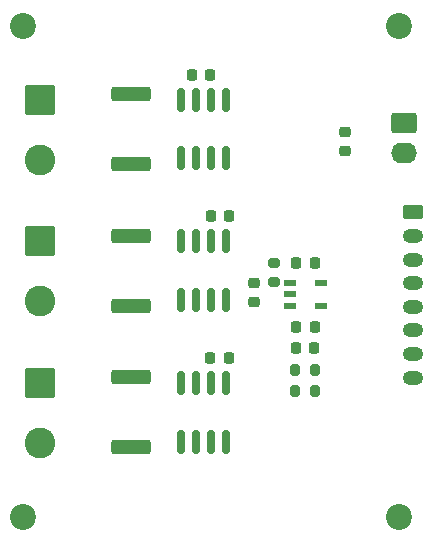
<source format=gbr>
%TF.GenerationSoftware,KiCad,Pcbnew,9.0.2*%
%TF.CreationDate,2025-07-21T15:30:36-04:00*%
%TF.ProjectId,Three Phase Current Sensor,54687265-6520-4506-9861-736520437572,rev?*%
%TF.SameCoordinates,Original*%
%TF.FileFunction,Soldermask,Top*%
%TF.FilePolarity,Negative*%
%FSLAX46Y46*%
G04 Gerber Fmt 4.6, Leading zero omitted, Abs format (unit mm)*
G04 Created by KiCad (PCBNEW 9.0.2) date 2025-07-21 15:30:36*
%MOMM*%
%LPD*%
G01*
G04 APERTURE LIST*
G04 Aperture macros list*
%AMRoundRect*
0 Rectangle with rounded corners*
0 $1 Rounding radius*
0 $2 $3 $4 $5 $6 $7 $8 $9 X,Y pos of 4 corners*
0 Add a 4 corners polygon primitive as box body*
4,1,4,$2,$3,$4,$5,$6,$7,$8,$9,$2,$3,0*
0 Add four circle primitives for the rounded corners*
1,1,$1+$1,$2,$3*
1,1,$1+$1,$4,$5*
1,1,$1+$1,$6,$7*
1,1,$1+$1,$8,$9*
0 Add four rect primitives between the rounded corners*
20,1,$1+$1,$2,$3,$4,$5,0*
20,1,$1+$1,$4,$5,$6,$7,0*
20,1,$1+$1,$6,$7,$8,$9,0*
20,1,$1+$1,$8,$9,$2,$3,0*%
G04 Aperture macros list end*
%ADD10RoundRect,0.200000X-0.275000X0.200000X-0.275000X-0.200000X0.275000X-0.200000X0.275000X0.200000X0*%
%ADD11RoundRect,0.225000X0.250000X-0.225000X0.250000X0.225000X-0.250000X0.225000X-0.250000X-0.225000X0*%
%ADD12RoundRect,0.250000X-1.050000X1.050000X-1.050000X-1.050000X1.050000X-1.050000X1.050000X1.050000X0*%
%ADD13C,2.600000*%
%ADD14RoundRect,0.225000X0.225000X0.250000X-0.225000X0.250000X-0.225000X-0.250000X0.225000X-0.250000X0*%
%ADD15C,2.200000*%
%ADD16RoundRect,0.150000X0.150000X-0.825000X0.150000X0.825000X-0.150000X0.825000X-0.150000X-0.825000X0*%
%ADD17RoundRect,0.225000X-0.225000X-0.250000X0.225000X-0.250000X0.225000X0.250000X-0.225000X0.250000X0*%
%ADD18RoundRect,0.250000X-0.845000X0.620000X-0.845000X-0.620000X0.845000X-0.620000X0.845000X0.620000X0*%
%ADD19O,2.190000X1.740000*%
%ADD20RoundRect,0.250000X-0.625000X0.350000X-0.625000X-0.350000X0.625000X-0.350000X0.625000X0.350000X0*%
%ADD21O,1.750000X1.200000*%
%ADD22RoundRect,0.250000X-1.425000X0.362500X-1.425000X-0.362500X1.425000X-0.362500X1.425000X0.362500X0*%
%ADD23RoundRect,0.200000X0.200000X0.275000X-0.200000X0.275000X-0.200000X-0.275000X0.200000X-0.275000X0*%
%ADD24R,1.100000X0.599999*%
%ADD25RoundRect,0.225000X-0.250000X0.225000X-0.250000X-0.225000X0.250000X-0.225000X0.250000X0.225000X0*%
%ADD26RoundRect,0.200000X-0.200000X-0.275000X0.200000X-0.275000X0.200000X0.275000X-0.200000X0.275000X0*%
G04 APERTURE END LIST*
D10*
%TO.C,R6*%
X81000000Y-62250000D03*
X81000000Y-63900000D03*
%TD*%
D11*
%TO.C,C8*%
X87000000Y-52775000D03*
X87000000Y-51225000D03*
%TD*%
D12*
%TO.C,J2*%
X61227500Y-48455000D03*
D13*
X61227500Y-53535000D03*
%TD*%
D14*
%TO.C,C3*%
X84454999Y-62315000D03*
X82904999Y-62315000D03*
%TD*%
D15*
%TO.C,H2*%
X91600000Y-83800000D03*
%TD*%
D16*
%TO.C,U3*%
X73117500Y-65410000D03*
X74387500Y-65410000D03*
X75657500Y-65410000D03*
X76927500Y-65410000D03*
X76927500Y-60460000D03*
X75657500Y-60460000D03*
X74387500Y-60460000D03*
X73117500Y-60460000D03*
%TD*%
D17*
%TO.C,C7*%
X75625000Y-70300000D03*
X77175000Y-70300000D03*
%TD*%
D18*
%TO.C,J5*%
X92000000Y-50460000D03*
D19*
X92000000Y-53000000D03*
%TD*%
D16*
%TO.C,U2*%
X73117500Y-48460000D03*
X74387500Y-48460000D03*
X75657500Y-48460000D03*
X76927500Y-48460000D03*
X76927500Y-53410000D03*
X75657500Y-53410000D03*
X74387500Y-53410000D03*
X73117500Y-53410000D03*
%TD*%
D17*
%TO.C,C1*%
X84429999Y-69515000D03*
X82879999Y-69515000D03*
%TD*%
%TO.C,C2*%
X82904999Y-67715000D03*
X84454999Y-67715000D03*
%TD*%
D20*
%TO.C,J1*%
X92800000Y-58000000D03*
D21*
X92800000Y-60000000D03*
X92800000Y-62000000D03*
X92800000Y-64000000D03*
X92800000Y-66000000D03*
X92800000Y-68000000D03*
X92800000Y-70000000D03*
X92800000Y-72000000D03*
%TD*%
D22*
%TO.C,R4*%
X68927500Y-59972500D03*
X68927500Y-65897500D03*
%TD*%
D15*
%TO.C,H4*%
X59800000Y-83800000D03*
%TD*%
D17*
%TO.C,C6*%
X75650000Y-58300000D03*
X77200000Y-58300000D03*
%TD*%
D23*
%TO.C,R2*%
X82804999Y-71315000D03*
X84454999Y-71315000D03*
%TD*%
D24*
%TO.C,U1*%
X82400000Y-64000000D03*
X82400000Y-64950001D03*
X82400000Y-65900002D03*
X85000000Y-65900002D03*
X85000000Y-64000000D03*
%TD*%
D12*
%TO.C,J3*%
X61227500Y-60455000D03*
D13*
X61227500Y-65535000D03*
%TD*%
D22*
%TO.C,R3*%
X68927500Y-47972500D03*
X68927500Y-53897500D03*
%TD*%
D15*
%TO.C,H3*%
X59800000Y-42200000D03*
%TD*%
%TO.C,H1*%
X91600000Y-42200000D03*
%TD*%
D22*
%TO.C,R5*%
X68927500Y-71972500D03*
X68927500Y-77897500D03*
%TD*%
D12*
%TO.C,J4*%
X61227500Y-72455000D03*
D13*
X61227500Y-77535000D03*
%TD*%
D14*
%TO.C,C5*%
X75597500Y-46335000D03*
X74047500Y-46335000D03*
%TD*%
D16*
%TO.C,U4*%
X73117500Y-77410000D03*
X74387500Y-77410000D03*
X75657500Y-77410000D03*
X76927500Y-77410000D03*
X76927500Y-72460000D03*
X75657500Y-72460000D03*
X74387500Y-72460000D03*
X73117500Y-72460000D03*
%TD*%
D25*
%TO.C,C4*%
X79300000Y-64000000D03*
X79300000Y-65550000D03*
%TD*%
D26*
%TO.C,R1*%
X82804999Y-73115000D03*
X84454999Y-73115000D03*
%TD*%
M02*

</source>
